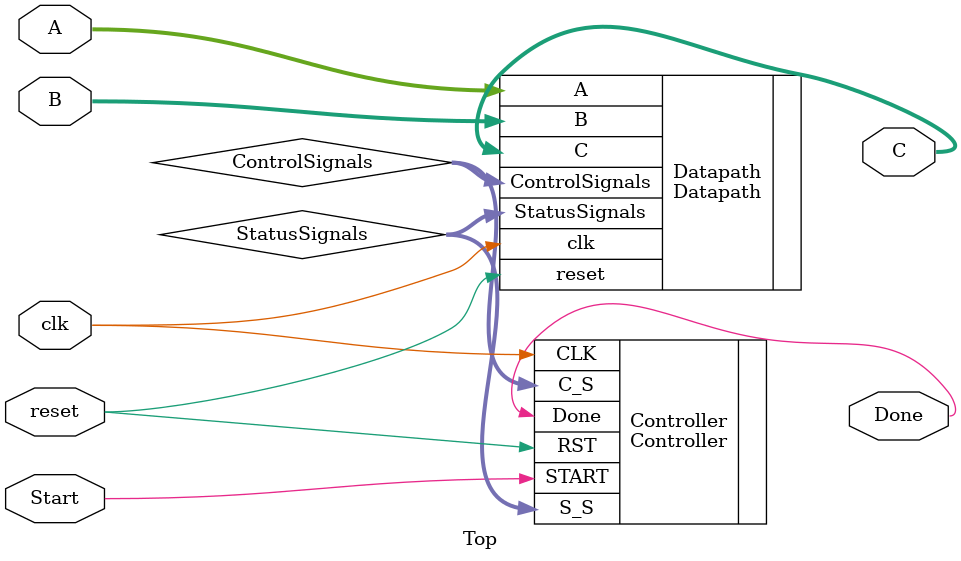
<source format=v>
module Top #(parameter k = 16)
(
    input wire [k-1:0] A, B,
    input wire clk,
    input wire reset,
    input wire Start,
    output wire Done,
    output wire [k-1:0] C 
);

    wire [7:0] ControlSignals;
    wire [1:0] StatusSignals;

    Controller Controller(.START(Start), 
                          .S_S(StatusSignals),
                          .CLK(clk), 
                          .RST(reset), 
                          .C_S(ControlSignals), 
                          .Done(Done));
                          
     Datapath #(.k(k)) Datapath(.A(A), 
                                .B(B), 
                                .ControlSignals(ControlSignals), 
                                .clk(clk), 
                                .reset(reset), 
                                .C(C), 
                                .StatusSignals(StatusSignals));

endmodule

</source>
